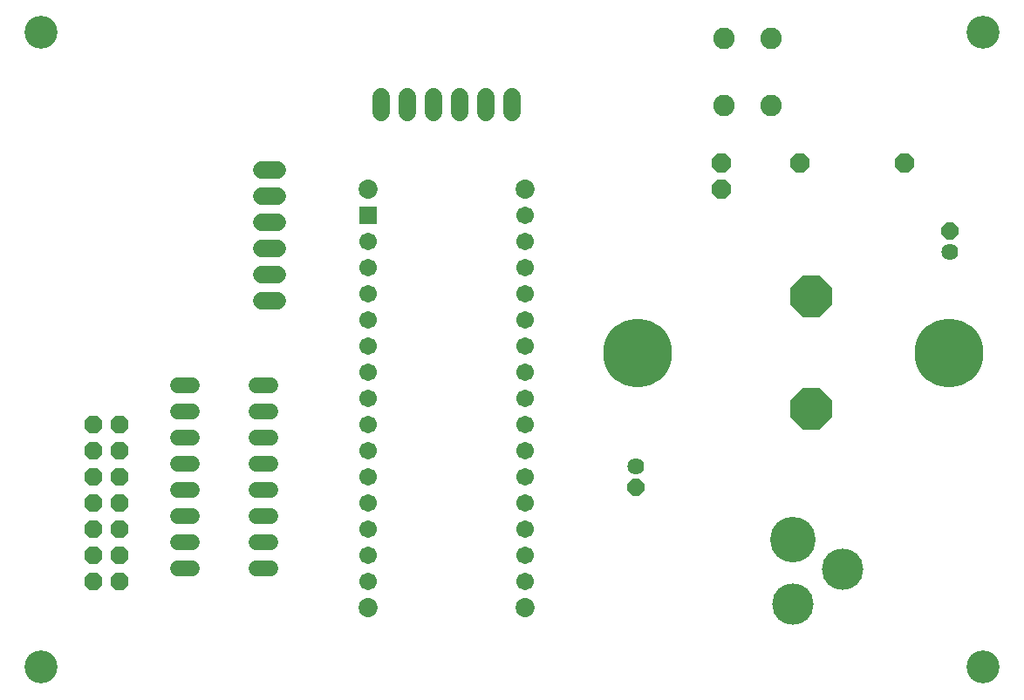
<source format=gbr>
G04 EAGLE Gerber X2 export*
%TF.Part,Single*%
%TF.FileFunction,Soldermask,Bot,1*%
%TF.FilePolarity,Negative*%
%TF.GenerationSoftware,Autodesk,EAGLE,8.7.0*%
%TF.CreationDate,2018-03-20T17:42:44Z*%
G75*
%MOMM*%
%FSLAX34Y34*%
%LPD*%
%AMOC8*
5,1,8,0,0,1.08239X$1,22.5*%
G01*
%ADD10C,3.203200*%
%ADD11R,1.711200X1.711200*%
%ADD12C,1.711200*%
%ADD13C,1.854200*%
%ADD14P,4.343848X8X202.500000*%
%ADD15C,6.680200*%
%ADD16P,1.759533X8X292.500000*%
%ADD17C,1.625600*%
%ADD18P,1.759533X8X112.500000*%
%ADD19P,2.034460X8X202.500000*%
%ADD20P,2.034460X8X292.500000*%
%ADD21C,4.419200*%
%ADD22C,4.019200*%
%ADD23P,1.869504X8X112.500000*%
%ADD24C,1.524000*%
%ADD25C,1.727200*%
%ADD26C,2.082800*%


D10*
X-279400Y-1117600D03*
X635000Y-1117600D03*
X635000Y-501650D03*
X-279400Y-501650D03*
D11*
X38100Y-679450D03*
D12*
X38100Y-704850D03*
X38100Y-730250D03*
X38100Y-755650D03*
X38100Y-781050D03*
X38100Y-806450D03*
X38100Y-831850D03*
X38100Y-857250D03*
X38100Y-882650D03*
X38100Y-908050D03*
X38100Y-933450D03*
X38100Y-958850D03*
X190500Y-679450D03*
X190500Y-704850D03*
X190500Y-730250D03*
X190500Y-755650D03*
X190500Y-781050D03*
X190500Y-806450D03*
X190500Y-857250D03*
X190500Y-882650D03*
X190500Y-933450D03*
X190500Y-958850D03*
X190500Y-908050D03*
X190500Y-831850D03*
X38100Y-984250D03*
X38100Y-1009650D03*
X38100Y-1035050D03*
X190500Y-984250D03*
X190500Y-1009650D03*
X190500Y-1035050D03*
D13*
X38100Y-1060450D03*
X190500Y-1060450D03*
X190500Y-654050D03*
X38100Y-654050D03*
D14*
X468630Y-758190D03*
X468630Y-867410D03*
D15*
X299720Y-812800D03*
X601980Y-812800D03*
D16*
X298450Y-943610D03*
D17*
X298450Y-923290D03*
D18*
X603250Y-694690D03*
D17*
X603250Y-715010D03*
D19*
X558800Y-628650D03*
X457200Y-628650D03*
D20*
X381000Y-628650D03*
X381000Y-654050D03*
D21*
X450850Y-994300D03*
D22*
X450850Y-1056800D03*
X498850Y-1022800D03*
D23*
X-203200Y-1035050D03*
X-203200Y-1009650D03*
X-203200Y-984250D03*
X-203200Y-958850D03*
X-203200Y-933450D03*
X-203200Y-908050D03*
X-228600Y-1035050D03*
X-228600Y-1009650D03*
X-228600Y-984250D03*
X-228600Y-958850D03*
X-228600Y-933450D03*
X-228600Y-908050D03*
X-203200Y-882650D03*
X-228600Y-882650D03*
D24*
X-70104Y-1022350D02*
X-56896Y-1022350D01*
X-56896Y-996950D02*
X-70104Y-996950D01*
X-70104Y-869950D02*
X-56896Y-869950D01*
X-56896Y-844550D02*
X-70104Y-844550D01*
X-70104Y-971550D02*
X-56896Y-971550D01*
X-56896Y-946150D02*
X-70104Y-946150D01*
X-70104Y-895350D02*
X-56896Y-895350D01*
X-56896Y-920750D02*
X-70104Y-920750D01*
X-133096Y-844550D02*
X-146304Y-844550D01*
X-146304Y-869950D02*
X-133096Y-869950D01*
X-133096Y-895350D02*
X-146304Y-895350D01*
X-146304Y-920750D02*
X-133096Y-920750D01*
X-133096Y-946150D02*
X-146304Y-946150D01*
X-146304Y-971550D02*
X-133096Y-971550D01*
X-133096Y-996950D02*
X-146304Y-996950D01*
X-146304Y-1022350D02*
X-133096Y-1022350D01*
D25*
X177800Y-579120D02*
X177800Y-563880D01*
X152400Y-563880D02*
X152400Y-579120D01*
X127000Y-579120D02*
X127000Y-563880D01*
X101600Y-563880D02*
X101600Y-579120D01*
X76200Y-579120D02*
X76200Y-563880D01*
X50800Y-563880D02*
X50800Y-579120D01*
X-49530Y-635000D02*
X-64770Y-635000D01*
X-64770Y-660400D02*
X-49530Y-660400D01*
X-49530Y-685800D02*
X-64770Y-685800D01*
X-64770Y-711200D02*
X-49530Y-711200D01*
X-49530Y-736600D02*
X-64770Y-736600D01*
X-64770Y-762000D02*
X-49530Y-762000D01*
D26*
X383794Y-572262D03*
X383794Y-507238D03*
X429006Y-572262D03*
X429006Y-507238D03*
M02*

</source>
